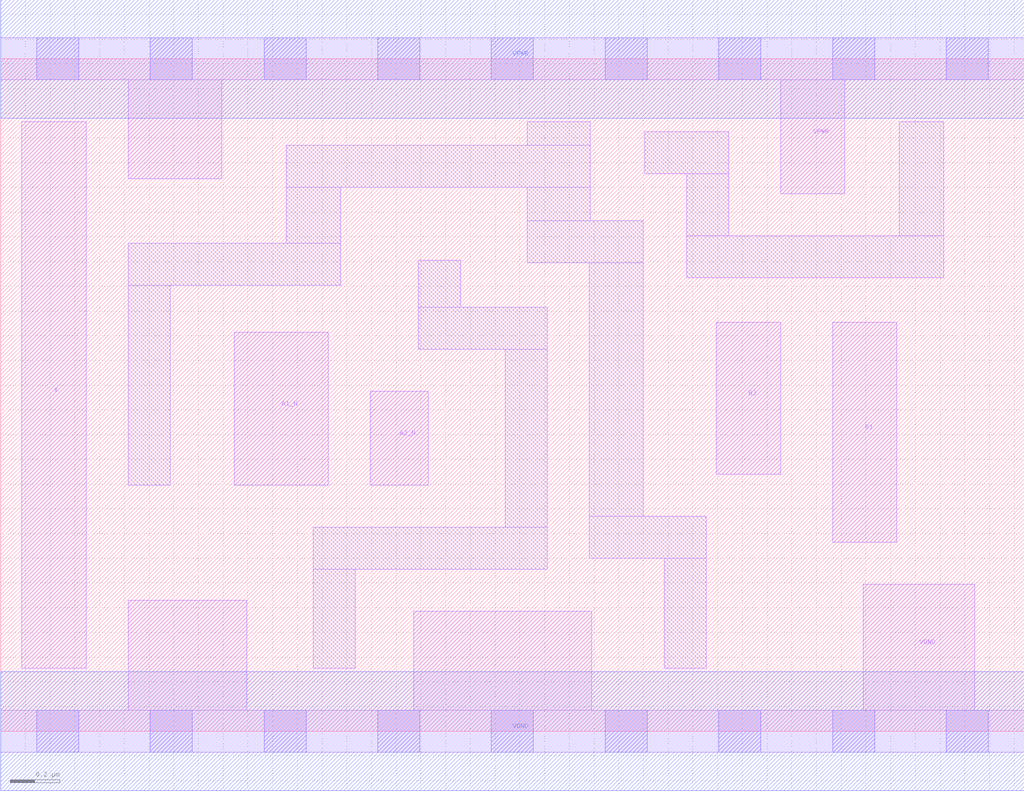
<source format=lef>
# Copyright 2020 The SkyWater PDK Authors
#
# Licensed under the Apache License, Version 2.0 (the "License");
# you may not use this file except in compliance with the License.
# You may obtain a copy of the License at
#
#     https://www.apache.org/licenses/LICENSE-2.0
#
# Unless required by applicable law or agreed to in writing, software
# distributed under the License is distributed on an "AS IS" BASIS,
# WITHOUT WARRANTIES OR CONDITIONS OF ANY KIND, either express or implied.
# See the License for the specific language governing permissions and
# limitations under the License.
#
# SPDX-License-Identifier: Apache-2.0

VERSION 5.7 ;
BUSBITCHARS "[]" ;
DIVIDERCHAR "/" ;
PROPERTYDEFINITIONS
  MACRO maskLayoutSubType STRING ;
  MACRO prCellType STRING ;
  MACRO originalViewName STRING ;
END PROPERTYDEFINITIONS
MACRO sky130_fd_sc_hdll__a2bb2o_1
  ORIGIN  0.000000  0.000000 ;
  CLASS CORE ;
  SYMMETRY X Y R90 ;
  SIZE  4.140000 BY  2.720000 ;
  SITE unithd ;
  PIN A1_N
    ANTENNAGATEAREA  0.138600 ;
    DIRECTION INPUT ;
    USE SIGNAL ;
    PORT
      LAYER li1 ;
        RECT 0.945000 0.995000 1.325000 1.615000 ;
    END
  END A1_N
  PIN A2_N
    ANTENNAGATEAREA  0.138600 ;
    DIRECTION INPUT ;
    USE SIGNAL ;
    PORT
      LAYER li1 ;
        RECT 1.495000 0.995000 1.730000 1.375000 ;
    END
  END A2_N
  PIN B1
    ANTENNAGATEAREA  0.138600 ;
    DIRECTION INPUT ;
    USE SIGNAL ;
    PORT
      LAYER li1 ;
        RECT 3.365000 0.765000 3.625000 1.655000 ;
    END
  END B1
  PIN B2
    ANTENNAGATEAREA  0.138600 ;
    DIRECTION INPUT ;
    USE SIGNAL ;
    PORT
      LAYER li1 ;
        RECT 2.895000 1.040000 3.155000 1.655000 ;
    END
  END B2
  PIN X
    ANTENNADIFFAREA  0.439000 ;
    DIRECTION OUTPUT ;
    USE SIGNAL ;
    PORT
      LAYER li1 ;
        RECT 0.085000 0.255000 0.345000 2.465000 ;
    END
  END X
  PIN VGND
    DIRECTION INOUT ;
    USE GROUND ;
    PORT
      LAYER li1 ;
        RECT 0.000000 -0.085000 4.140000 0.085000 ;
        RECT 0.515000  0.085000 0.995000 0.530000 ;
        RECT 1.670000  0.085000 2.390000 0.485000 ;
        RECT 3.490000  0.085000 3.940000 0.595000 ;
      LAYER met1 ;
        RECT 0.000000 -0.240000 4.140000 0.240000 ;
    END
  END VGND
  PIN VPWR
    DIRECTION INOUT ;
    USE POWER ;
    PORT
      LAYER li1 ;
        RECT 0.000000 2.635000 4.140000 2.805000 ;
        RECT 0.515000 2.235000 0.895000 2.635000 ;
        RECT 3.155000 2.175000 3.415000 2.635000 ;
      LAYER met1 ;
        RECT 0.000000 2.480000 4.140000 2.960000 ;
    END
  END VPWR
  OBS
    LAYER li1 ;
      RECT 0.515000 0.995000 0.685000 1.805000 ;
      RECT 0.515000 1.805000 1.375000 1.975000 ;
      RECT 1.155000 1.975000 1.375000 2.200000 ;
      RECT 1.155000 2.200000 2.385000 2.370000 ;
      RECT 1.265000 0.255000 1.435000 0.655000 ;
      RECT 1.265000 0.655000 2.210000 0.825000 ;
      RECT 1.690000 1.545000 2.210000 1.715000 ;
      RECT 1.690000 1.715000 1.860000 1.905000 ;
      RECT 2.040000 0.825000 2.210000 1.545000 ;
      RECT 2.130000 1.895000 2.600000 2.065000 ;
      RECT 2.130000 2.065000 2.385000 2.200000 ;
      RECT 2.130000 2.370000 2.385000 2.465000 ;
      RECT 2.380000 0.700000 2.855000 0.870000 ;
      RECT 2.380000 0.870000 2.600000 1.895000 ;
      RECT 2.605000 2.255000 2.945000 2.425000 ;
      RECT 2.685000 0.255000 2.855000 0.700000 ;
      RECT 2.775000 1.835000 3.815000 2.005000 ;
      RECT 2.775000 2.005000 2.945000 2.255000 ;
      RECT 3.635000 2.005000 3.815000 2.465000 ;
    LAYER mcon ;
      RECT 0.145000 -0.085000 0.315000 0.085000 ;
      RECT 0.145000  2.635000 0.315000 2.805000 ;
      RECT 0.605000 -0.085000 0.775000 0.085000 ;
      RECT 0.605000  2.635000 0.775000 2.805000 ;
      RECT 1.065000 -0.085000 1.235000 0.085000 ;
      RECT 1.065000  2.635000 1.235000 2.805000 ;
      RECT 1.525000 -0.085000 1.695000 0.085000 ;
      RECT 1.525000  2.635000 1.695000 2.805000 ;
      RECT 1.985000 -0.085000 2.155000 0.085000 ;
      RECT 1.985000  2.635000 2.155000 2.805000 ;
      RECT 2.445000 -0.085000 2.615000 0.085000 ;
      RECT 2.445000  2.635000 2.615000 2.805000 ;
      RECT 2.905000 -0.085000 3.075000 0.085000 ;
      RECT 2.905000  2.635000 3.075000 2.805000 ;
      RECT 3.365000 -0.085000 3.535000 0.085000 ;
      RECT 3.365000  2.635000 3.535000 2.805000 ;
      RECT 3.825000 -0.085000 3.995000 0.085000 ;
      RECT 3.825000  2.635000 3.995000 2.805000 ;
  END
  PROPERTY maskLayoutSubType "abstract" ;
  PROPERTY prCellType "standard" ;
  PROPERTY originalViewName "layout" ;
END sky130_fd_sc_hdll__a2bb2o_1
END LIBRARY

</source>
